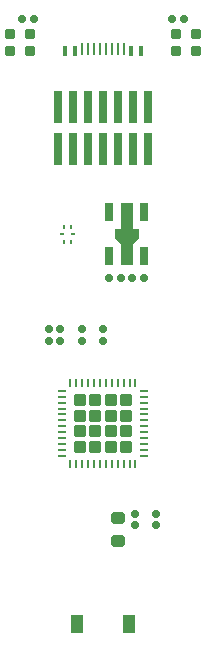
<source format=gtp>
G04 #@! TF.GenerationSoftware,KiCad,Pcbnew,7.0.1*
G04 #@! TF.CreationDate,2023-03-20T20:29:13+09:00*
G04 #@! TF.ProjectId,EB-STM32U575CIU6Q,45422d53-544d-4333-9255-353735434955,V1.0*
G04 #@! TF.SameCoordinates,Original*
G04 #@! TF.FileFunction,Paste,Top*
G04 #@! TF.FilePolarity,Positive*
%FSLAX46Y46*%
G04 Gerber Fmt 4.6, Leading zero omitted, Abs format (unit mm)*
G04 Created by KiCad (PCBNEW 7.0.1) date 2023-03-20 20:29:13*
%MOMM*%
%LPD*%
G01*
G04 APERTURE LIST*
G04 Aperture macros list*
%AMRoundRect*
0 Rectangle with rounded corners*
0 $1 Rounding radius*
0 $2 $3 $4 $5 $6 $7 $8 $9 X,Y pos of 4 corners*
0 Add a 4 corners polygon primitive as box body*
4,1,4,$2,$3,$4,$5,$6,$7,$8,$9,$2,$3,0*
0 Add four circle primitives for the rounded corners*
1,1,$1+$1,$2,$3*
1,1,$1+$1,$4,$5*
1,1,$1+$1,$6,$7*
1,1,$1+$1,$8,$9*
0 Add four rect primitives between the rounded corners*
20,1,$1+$1,$2,$3,$4,$5,0*
20,1,$1+$1,$4,$5,$6,$7,0*
20,1,$1+$1,$6,$7,$8,$9,0*
20,1,$1+$1,$8,$9,$2,$3,0*%
%AMFreePoly0*
4,1,13,0.900000,0.500000,2.600000,0.500000,2.600000,-0.500000,0.900000,-0.500000,0.400000,-1.000000,-0.400000,-1.000000,-0.400000,-0.500000,-2.600000,-0.500000,-2.600000,0.500000,-0.400000,0.500000,-0.400000,1.000000,0.400000,1.000000,0.900000,0.500000,0.900000,0.500000,$1*%
G04 Aperture macros list end*
%ADD10R,0.450000X0.940000*%
%ADD11R,0.150000X1.140000*%
%ADD12R,0.700000X1.500000*%
%ADD13FreePoly0,270.000000*%
%ADD14R,0.650000X2.770000*%
%ADD15RoundRect,0.250000X-0.350000X0.250000X-0.350000X-0.250000X0.350000X-0.250000X0.350000X0.250000X0*%
%ADD16RoundRect,0.150000X-0.150000X0.150000X-0.150000X-0.150000X0.150000X-0.150000X0.150000X0.150000X0*%
%ADD17RoundRect,0.150000X0.150000X-0.150000X0.150000X0.150000X-0.150000X0.150000X-0.150000X-0.150000X0*%
%ADD18RoundRect,0.200000X0.250000X0.200000X-0.250000X0.200000X-0.250000X-0.200000X0.250000X-0.200000X0*%
%ADD19R,1.000000X1.600000*%
%ADD20RoundRect,0.150000X-0.150000X-0.150000X0.150000X-0.150000X0.150000X0.150000X-0.150000X0.150000X0*%
%ADD21RoundRect,0.200000X-0.250000X-0.200000X0.250000X-0.200000X0.250000X0.200000X-0.250000X0.200000X0*%
%ADD22RoundRect,0.150000X0.150000X0.150000X-0.150000X0.150000X-0.150000X-0.150000X0.150000X-0.150000X0*%
%ADD23R,0.200000X0.400000*%
%ADD24R,0.400000X0.200000*%
%ADD25RoundRect,0.250000X-0.285000X-0.285000X0.285000X-0.285000X0.285000X0.285000X-0.285000X0.285000X0*%
%ADD26R,0.800000X0.150000*%
%ADD27R,0.150000X0.800000*%
G04 APERTURE END LIST*
D10*
X3200000Y10550000D03*
X2400000Y10550000D03*
D11*
X1250000Y10650000D03*
X250000Y10650000D03*
X-250000Y10650000D03*
X-1250000Y10650000D03*
D10*
X-2400000Y10550000D03*
X-3200000Y10550000D03*
X-3200000Y10550000D03*
X-2400000Y10550000D03*
D11*
X-1750000Y10650000D03*
X-750000Y10650000D03*
X750000Y10650000D03*
X1750000Y10650000D03*
D10*
X2400000Y10550000D03*
X3200000Y10550000D03*
D12*
X3500000Y-3150000D03*
D13*
X2000000Y-5000000D03*
D12*
X500000Y-3150000D03*
X500000Y-6850000D03*
X3500000Y-6850000D03*
D14*
X3810000Y5778000D03*
X3810000Y2222000D03*
X2540000Y5778000D03*
X2540000Y2222000D03*
X1270000Y5778000D03*
X1270000Y2222000D03*
X0Y5778000D03*
X0Y2222000D03*
X-1270000Y5778000D03*
X-1270000Y2222000D03*
X-2540000Y5778000D03*
X-2540000Y2222000D03*
X-3810000Y5778000D03*
X-3810000Y2222000D03*
D15*
X1250000Y-29000000D03*
X1250000Y-31000000D03*
D16*
X2700000Y-28650000D03*
X2700000Y-29650000D03*
D17*
X0Y-14000000D03*
X0Y-13000000D03*
D18*
X7850000Y12000000D03*
X6150000Y12000000D03*
D19*
X-2200000Y-38000000D03*
X2200000Y-38000000D03*
D20*
X500000Y-8700000D03*
X1500000Y-8700000D03*
D17*
X-4600000Y-14000000D03*
X-4600000Y-13000000D03*
D20*
X5850000Y13250000D03*
X6850000Y13250000D03*
D16*
X4500000Y-28650000D03*
X4500000Y-29650000D03*
D21*
X6150000Y10500000D03*
X7850000Y10500000D03*
D17*
X-3600000Y-14000000D03*
X-3600000Y-13000000D03*
D18*
X-6150000Y12000000D03*
X-7850000Y12000000D03*
D22*
X3500000Y-8700000D03*
X2500000Y-8700000D03*
X-5850000Y13250000D03*
X-6850000Y13250000D03*
D23*
X-3275000Y-4350000D03*
X-2725000Y-4350000D03*
D24*
X-2500000Y-5000000D03*
D23*
X-2725000Y-5650000D03*
X-3275000Y-5650000D03*
D24*
X-3500000Y-5000000D03*
D25*
X-1980000Y-19020000D03*
X-1980000Y-20340000D03*
X-1980000Y-21660000D03*
X-1980000Y-22980000D03*
X-660000Y-19020000D03*
X-660000Y-20340000D03*
X-660000Y-21660000D03*
X-660000Y-22980000D03*
X660000Y-19020000D03*
X660000Y-20340000D03*
X660000Y-21660000D03*
X660000Y-22980000D03*
X1980000Y-19020000D03*
X1980000Y-20340000D03*
X1980000Y-21660000D03*
X1980000Y-22980000D03*
D26*
X-3450000Y-18250000D03*
X-3450000Y-18750000D03*
X-3450000Y-19250000D03*
X-3450000Y-19750000D03*
X-3450000Y-20250000D03*
X-3450000Y-20750000D03*
X-3450000Y-21250000D03*
X-3450000Y-21750000D03*
X-3450000Y-22250000D03*
X-3450000Y-22750000D03*
X-3450000Y-23250000D03*
X-3450000Y-23750000D03*
D27*
X-2750000Y-24450000D03*
X-2250000Y-24450000D03*
X-1750000Y-24450000D03*
X-1250000Y-24450000D03*
X-750000Y-24450000D03*
X-250000Y-24450000D03*
X250000Y-24450000D03*
X750000Y-24450000D03*
X1250000Y-24450000D03*
X1750000Y-24450000D03*
X2250000Y-24450000D03*
X2750000Y-24450000D03*
D26*
X3450000Y-23750000D03*
X3450000Y-23250000D03*
X3450000Y-22750000D03*
X3450000Y-22250000D03*
X3450000Y-21750000D03*
X3450000Y-21250000D03*
X3450000Y-20750000D03*
X3450000Y-20250000D03*
X3450000Y-19750000D03*
X3450000Y-19250000D03*
X3450000Y-18750000D03*
X3450000Y-18250000D03*
D27*
X2750000Y-17550000D03*
X2250000Y-17550000D03*
X1750000Y-17550000D03*
X1250000Y-17550000D03*
X750000Y-17550000D03*
X250000Y-17550000D03*
X-250000Y-17550000D03*
X-750000Y-17550000D03*
X-1250000Y-17550000D03*
X-1750000Y-17550000D03*
X-2250000Y-17550000D03*
X-2750000Y-17550000D03*
D18*
X-6150000Y10500000D03*
X-7850000Y10500000D03*
D17*
X-1800000Y-14000000D03*
X-1800000Y-13000000D03*
M02*

</source>
